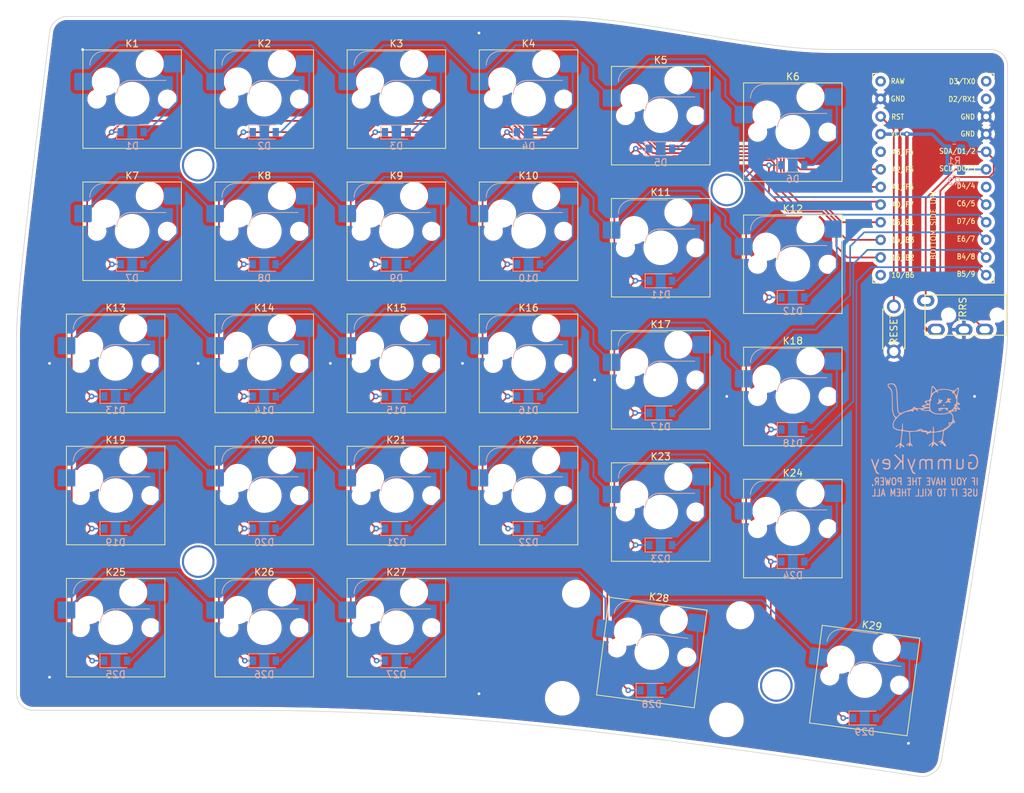
<source format=kicad_pcb>
(kicad_pcb (version 20211014) (generator pcbnew)
  (layers (0 "F.Cu" signal) (31 "B.Cu" signal) (34 "B.Paste" user) (35 "F.Paste" user) (36 "B.SilkS" user "B.Silkscreen") (37 "F.SilkS" user "F.Silkscreen") (38 "B.Mask" user) (39 "F.Mask" user) (44 "Edge.Cuts" user))
  (net 0 "")
  (net 1 "/COL0")
  (net 2 "Net-(D1-Pad2)")
  (net 3 "/COL1")
  (net 4 "Net-(D2-Pad2)")
  (net 5 "/COL2")
  (net 6 "Net-(D3-Pad2)")
  (net 7 "/COL3")
  (net 8 "Net-(D4-Pad2)")
  (net 9 "/COL4")
  (net 10 "Net-(D5-Pad2)")
  (net 11 "/COL5")
  (net 12 "Net-(D6-Pad2)")
  (net 13 "Net-(D7-Pad2)")
  (net 14 "Net-(D8-Pad2)")
  (net 15 "Net-(D9-Pad2)")
  (net 16 "Net-(D10-Pad2)")
  (net 17 "Net-(D11-Pad2)")
  (net 18 "Net-(D12-Pad2)")
  (net 19 "Net-(D13-Pad2)")
  (net 20 "Net-(D14-Pad2)")
  (net 21 "Net-(D15-Pad2)")
  (net 22 "Net-(D16-Pad2)")
  (net 23 "Net-(D17-Pad2)")
  (net 24 "Net-(D18-Pad2)")
  (net 25 "Net-(D19-Pad2)")
  (net 26 "Net-(D20-Pad2)")
  (net 27 "Net-(D21-Pad2)")
  (net 28 "Net-(D22-Pad2)")
  (net 29 "Net-(D23-Pad2)")
  (net 30 "Net-(D24-Pad2)")
  (net 31 "Net-(D25-Pad2)")
  (net 32 "Net-(D26-Pad2)")
  (net 33 "Net-(D27-Pad2)")
  (net 34 "Net-(D28-Pad2)")
  (net 35 "Net-(D29-Pad2)")
  (net 36 "VCC")
  (net 37 "GND")
  (net 38 "/SCL")
  (net 39 "/ROW0")
  (net 40 "/ROW1")
  (net 41 "/ROW2")
  (net 42 "/ROW3")
  (net 43 "/ROW4")
  (net 44 "/SDA")
  (net 45 "/RESET")
  (footprint "GummyKey:M2_Hole" (layer "F.Cu") (at 100.0125 64.29375)
    (fp_text reference "TH3" hide)
    (fp_text value "HOLE" hide)
  )
  (footprint "Switch_Keyboard_Hotswap_Kailh:SW_Hotswap_Kailh_MX_1.00u" (layer "F.Cu") (at 185.7375 97.63125)
    (fp_text reference "K18")
    (fp_text value "SW_Push")
  )
  (footprint "Switch_Keyboard_Hotswap_Kailh:SW_Hotswap_Kailh_MX_1.00u" (layer "F.Cu") (at 90.4875 54.76875)
    (fp_text reference "K1")
    (fp_text value "SW_Push")
  )
  (footprint "Switch_Keyboard_Hotswap_Kailh:SW_Hotswap_Kailh_MX_1.00u" (layer "F.Cu") (at 147.6375 73.81875)
    (fp_text reference "K10")
    (fp_text value "SW_Push")
  )
  (footprint "Switch_Keyboard_Hotswap_Kailh:SW_Hotswap_Kailh_MX_1.00u" (layer "F.Cu") (at 109.5375 54.76875)
    (fp_text reference "K2")
    (fp_text value "SW_Push")
  )
  (footprint "Switch_Keyboard_Hotswap_Kailh:SW_Hotswap_Kailh_MX_1.00u" (layer "F.Cu") (at 166.6875 114.3)
    (fp_text reference "K23")
    (fp_text value "SW_Push")
  )
  (footprint "Switch_Keyboard_Hotswap_Kailh:SW_Hotswap_Kailh_MX_1.00u" (layer "F.Cu") (at 128.5875 130.96875)
    (fp_text reference "K27")
    (fp_text value "SW_Push")
  )
  (footprint "Switch_Keyboard_Hotswap_Kailh:SW_Hotswap_Kailh_MX_1.00u" (layer "F.Cu") (at 185.7375 59.53125)
    (fp_text reference "K6")
    (fp_text value "SW_Push")
  )
  (footprint "GummyKey:ProMicro" (layer "F.Cu") (at 206 66.675)
    (fp_text reference "U1" hide)
    (fp_text value "ProMicro" hide)
  )
  (footprint "Mounting_Keyboard_Stabilizer:Stabilizer_Cherry_MX_2.00u" (layer "F.Cu") (at 165.40008 134.55434 -7.5)
    (fp_text reference "REF**" hide)
    (fp_text value "Stabilizer_Cherry_MX_2.00u")
  )
  (footprint "Switch_Keyboard_Hotswap_Kailh:SW_Hotswap_Kailh_MX_1.00u" (layer "F.Cu") (at 196.091495 138.594942 -7.5)
    (fp_text reference "K29")
    (fp_text value "SW_Push")
  )
  (footprint "Switch_Keyboard_Hotswap_Kailh:SW_Hotswap_Kailh_MX_2.25u" (layer "F.Cu") (at 165.40008 134.55434 -7.5)
    (fp_text reference "K28")
    (fp_text value "SW_Push")
  )
  (footprint "Switch_Keyboard_Hotswap_Kailh:SW_Hotswap_Kailh_MX_1.00u" (layer "F.Cu") (at 185.7375 116.68125)
    (fp_text reference "K24")
    (fp_text value "SW_Push")
  )
  (footprint "Switch_Keyboard_Hotswap_Kailh:SW_Hotswap_Kailh_MX_1.25u" (layer "F.Cu") (at 88.10625 130.96875)
    (fp_text reference "K25")
    (fp_text value "SW_Push")
  )
  (footprint "Switch_Keyboard_Hotswap_Kailh:SW_Hotswap_Kailh_MX_1.00u" (layer "F.Cu") (at 128.5875 73.81875)
    (fp_text reference "K9")
    (fp_text value "SW_Push")
  )
  (footprint "Switch_Keyboard_Hotswap_Kailh:SW_Hotswap_Kailh_MX_1.00u" (layer "F.Cu") (at 166.6875 57.15)
    (fp_text reference "K5")
    (fp_text value "SW_Push")
  )
  (footprint "Switch_Keyboard_Hotswap_Kailh:SW_Hotswap_Kailh_MX_1.00u" (layer "F.Cu") (at 109.5375 111.91875)
    (fp_text reference "K20")
    (fp_text value "SW_Push")
  )
  (footprint "Switch_Keyboard_Hotswap_Kailh:SW_Hotswap_Kailh_MX_1.00u" (layer "F.Cu") (at 147.6375 111.91875)
    (fp_text reference "K22")
    (fp_text value "SW_Push")
  )
  (footprint "Switch_Keyboard_Hotswap_Kailh:SW_Hotswap_Kailh_MX_1.00u" (layer "F.Cu") (at 166.6875 76.2)
    (fp_text reference "K11")
    (fp_text value "SW_Push")
  )
  (footprint "GummyKey:Reset_Switch" (layer "F.Cu") (at 200.29375 87.90625 90)
    (fp_text reference "SW1" hide)
    (fp_text value "SW_Push")
  )
  (footprint "Switch_Keyboard_Hotswap_Kailh:SW_Hotswap_Kailh_MX_1.00u" (layer "F.Cu") (at 166.6875 95.25)
    (fp_text reference "K17")
    (fp_text value "SW_Push")
  )
  (footprint "Switch_Keyboard_Hotswap_Kailh:SW_Hotswap_Kailh_MX_1.00u" (layer "F.Cu") (at 128.5875 54.76875)
    (fp_text reference "K3")
    (fp_text value "SW_Push")
  )
  (footprint "GummyKey:M2_Hole" (layer "F.Cu") (at 176.2125 67.865625)
    (fp_text reference "TH3" hide)
    (fp_text value "HOLE" hide)
  )
  (footprint "Switch_Keyboard_Hotswap_Kailh:SW_Hotswap_Kailh_MX_1.00u" (layer "F.Cu") (at 109.5375 92.86875)
    (fp_text reference "K14")
    (fp_text value "SW_Push")
  )
  (footprint "Switch_Keyboard_Hotswap_Kailh:SW_Hotswap_Kailh_MX_1.00u" (layer "F.Cu") (at 90.4875 73.81875)
    (fp_text reference "K7")
    (fp_text value "SW_Push")
  )
  (footprint "Switch_Keyboard_Hotswap_Kailh:SW_Hotswap_Kailh_MX_1.00u" (layer "F.Cu") (at 128.5875 92.86875)
    (fp_text reference "K15")
    (fp_text value "SW_Push")
  )
  (footprint "Switch_Keyboard_Hotswap_Kailh:SW_Hotswap_Kailh_MX_1.25u" (layer "F.Cu") (at 88.10625 111.91875)
    (fp_text reference "K19")
    (fp_text value "SW_Push")
  )
  (footprint "GummyKey:M2_Hole" (layer "F.Cu") (at 100.0125 121.44375)
    (fp_text reference "TH3" hide)
    (fp_text value "HOLE" hide)
  )
  (footprint "Switch_Keyboard_Hotswap_Kailh:SW_Hotswap_Kailh_MX_1.00u" (layer "F.Cu") (at 185.7375 78.58125)
    (fp_text reference "K12")
    (fp_text value "SW_Push")
  )
  (footprint "GummyKey:MJ-4PP-9" (layer "F.Cu") (at 216.69375 85.90625 -90)
    (fp_text reference "J1")
    (fp_text value "MJ-4PP-9" hide)
  )
  (footprint "Switch_Keyboard_Hotswap_Kailh:SW_Hotswap_Kailh_MX_1.00u" (layer "F.Cu") (at 109.5375 73.81875)
    (fp_text reference "K8")
    (fp_text value "SW_Push")
  )
  (footprint "Switch_Keyboard_Hotswap_Kailh:SW_Hotswap_Kailh_MX_1.00u" (layer "F.Cu") (at 147.6375 54.76875)
    (fp_text reference "K4")
    (fp_text value "SW_Push")
  )
  (footprint "Switch_Keyboard_Hotswap_Kailh:SW_Hotswap_Kailh_MX_1.00u" (layer "F.Cu") (at 128.5875 111.91875)
    (fp_text reference "K21")
    (fp_text value "SW_Push")
  )
  (footprint "Switch_Keyboard_Hotswap_Kailh:SW_Hotswap_Kailh_MX_1.25u" (layer "F.Cu") (at 88.10625 92.86875)
    (fp_text reference "K13")
    (fp_text value "SW_Push")
  )
  (footprint "Switch_Keyboard_Hotswap_Kailh:SW_Hotswap_Kailh_MX_1.00u" (layer "F.Cu") (at 109.5375 130.96875)
    (fp_text reference "K26")
    (fp_text value "SW_Push")
  )
  (footprint "GummyKey:M2_Hole" (layer "F.Cu") (at 183.35625 139.303125)
    (fp_text reference "TH3" hide)
    (fp_text value "HOLE" hide)
  )
  (footprint "Switch_Keyboard_Hotswap_Kailh:SW_Hotswap_Kailh_MX_1.00u" (layer "F.Cu") (at 147.6375 92.86875)
    (fp_text reference "K16")
    (fp_text value "SW_Push")
  )
  (footprint "Diode_SMD:D_SOD-123" (layer "B.Cu") (at 109.5375 116.68125)
    (fp_text reference "D20")
    (fp_text value "D")
  )
  (footprint "Diode_SMD:D_SOD-123" (layer "B.Cu") (at 166.6875 80.9625)
    (fp_text reference "D11")
    (fp_text value "D")
  )
  (footprint "Diode_SMD:D_SOD-123" (layer "B.Cu") (at 90.4875 78.58125)
    (fp_text reference "D7")
    (fp_text value "D")
  )
  (footprint "Diode_SMD:D_SOD-123" (layer "B.Cu") (at 90.4875 59.53125)
    (fp_text reference "D1")
    (fp_text value "D")
  )
  (footprint "Diode_SMD:D_SOD-123" (layer "B.Cu") (at 147.6375 78.58125)
    (fp_text reference "D10")
    (fp_text value "D")
  )
  (footprint "Diode_SMD:D_SOD-123" (layer "B.Cu") (at 109.5375 135.73125)
    (fp_text reference "D26")
    (fp_text value "D")
  )
  (footprint "Diode_SMD:D_SOD-123" (layer "B.Cu") (at 147.6375 59.53125)
    (fp_text reference "D4")
    (fp_text value "D")
  )
  (footprint "Diode_SMD:D_SOD-123" (layer "B.Cu") (at 128.5875 97.63125)
    (fp_text reference "D15")
    (fp_text value "D")
  )
  (footprint "Resistor_SMD:R_0805_2012Metric_Pad1.20x1.40mm_HandSolder" (layer "B.Cu") (at 209 62)
    (fp_text reference "R1")
    (fp_text value "4.7k")
  )
  (footprint "Diode_SMD:D_SOD-123" (layer "B.Cu") (at 185.7375 121.44375)
    (fp_text reference "D24")
    (fp_text value "D")
  )
  (footprint "Diode_SMD:D_SOD-123" (layer "B.Cu") (at 165.40008 140)
    (fp_text reference "D28")
    (fp_text value "D")
  )
  (footprint "Diode_SMD:D_SOD-123" (layer "B.Cu") (at 88.10625 116.68125)
    (fp_text reference "D19")
    (fp_text value "D")
  )
  (footprint "Diode_SMD:D_SOD-123" (layer "B.Cu") (at 128.5875 78.58125)
    (fp_text reference "D9")
    (fp_text value "D")
  )
  (footprint "Diode_SMD:D_SOD-123" (layer "B.Cu") (at 109.5375 78.58125)
    (fp_text reference "D8")
    (fp_text value "D")
  )
  (footprint "Diode_SMD:D_SOD-123" (layer "B.Cu") (at 147.6375 97.63125)
    (fp_text reference "D16")
    (fp_text value "D")
  )
  (footprint "Diode_SMD:D_SOD-123" (layer "B.Cu") (at 185.7375 83.34375)
    (fp_text reference "D12")
    (fp_text value "D")
  )
  (footprint "Diode_SMD:D_SOD-123" (layer "B.Cu") (at 128.5875 59.53125)
    (fp_text reference "D3")
    (fp_text value "D")
  )
  (footprint "Diode_SMD:D_SOD-123" (layer "B.Cu") (at 109.5375 59.53125)
    (fp_text reference "D2")
    (fp_text value "D")
  )
  (footprint "Diode_SMD:D_SOD-123" (layer "B.Cu") (at 196.091495 144)
    (fp_text reference "D29")
    (fp_text value "D")
  )
  (footprint "Diode_SMD:D_SOD-123" (layer "B.Cu") (at 185.7375 102.39375)
    (fp_text reference "D18")
    (fp_text value "D")
  )
  (footprint "Diode_SMD:D_SOD-123" (layer "B.Cu") (at 109.5375 97.63125)
    (fp_text reference "D14")
    (fp_text value "D")
  )
  (footprint "Diode_SMD:D_SOD-123" (layer "B.Cu") (at 147.6375 116.68125)
    (fp_text reference "D22")
    (fp_text value "D")
  )
  (footprint "Diode_SMD:D_SOD-123" (layer "B.Cu") (at 166.6875 119.0625)
    (fp_text reference "D23")
    (fp_text value "D")
  )
  (footprint "Diode_SMD:D_SOD-123" (layer "B.Cu") (at 166.6875 61.9125)
    (fp_text reference "D5")
    (fp_text value "D")
  )
  (footprint "Resistor_SMD:R_0805_2012Metric_Pad1.20x1.40mm_HandSolder" (layer "B.Cu") (at 209 65)
    (fp_text reference "R2")
    (fp_text value "4.7k")
  )
  (footprint "Diode_SMD:D_SOD-123" (layer "B.Cu") (at 128.5875 116.68125)
    (fp_text reference "D21")
    (fp_text value "D")
  )
  (footprint "Diode_SMD:D_SOD-123" (layer "B.Cu") (at 128.5875 135.73125)
    (fp_text reference "D27")
    (fp_text value "D")
  )
  (footprint "Diode_SMD:D_SOD-123" (layer "B.Cu") (at 88.10625 97.63125)
    (fp_text reference "D13")
    (fp_text value "D")
  )
  (footprint "Diode_SMD:D_SOD-123" (layer "B.Cu") (at 166.6875 100.0125)
    (fp_text reference "D17")
    (fp_text value "D")
  )
  (footprint "Diode_SMD:D_SOD-123" (layer "B.Cu") (at 88.10625 135.73125)
    (fp_text reference "D25")
    (fp_text value "D")
  )
  (footprint "GummyKey:Cat_Logo" (layer "B.Cu") (at 204.7875 100.0125 180)
    (fp_text reference "G***" hide)
    (fp_text value "LOGO" hide)
  )
  (footprint "Diode_SMD:D_SOD-123" (layer "B.Cu") (at 185.7375 64.29375)
    (fp_text reference "D6")
    (fp_text value "D")
  )
  (gr_line (start 214.3125 47.625) (end 192.88125 47.625) (layer "Edge.Cuts") (width 0.1))
  (gr_line (start 150.01875 42.8625) (end 80.9625 42.8625) (layer "Edge.Cuts") (width 0.1))
  (gr_arc (start 78.58125 45.24375) (mid 79.327311 43.608561) (end 80.9625 42.8625) (layer "Edge.Cuts") (width 0.1))
  (gr_curve (pts (xy 73.81875 90.4875) (xy 73.81875 85.725) (xy 73.81875 83.34375) (xy 78.58125 45.24375)) (layer "Edge.Cuts") (width 0.1))
  (gr_line (start 73.81875 140.49375) (end 73.81875 90.4875) (layer "Edge.Cuts") (width 0.1))
  (gr_line (start 207.16875 150.01875) (end 210.740625 129.182812) (layer "Edge.Cuts") (width 0.1))
  (gr_arc (start 214.3125 47.625) (mid 215.996298 48.322452) (end 216.69375 50.00625) (layer "Edge.Cuts") (width 0.1))
  (gr_curve (pts (xy 105.965625 142.875) (xy 133.35 142.875) (xy 157.1625 145.25625) (xy 204 152.4)) (layer "Edge.Cuts") (width 0.1))
  (gr_line (start 76.2 142.875) (end 105.965625 142.875) (layer "Edge.Cuts") (width 0.1))
  (gr_arc (start 76.2 142.875) (mid 74.516202 142.177548) (end 73.81875 140.49375) (layer "Edge.Cuts") (width 0.1))
  (gr_curve (pts (xy 210.740625 129.182812) (xy 216.69375 92.86875) (xy 216.69375 90.4875) (xy 216.69375 88.10625)) (layer "Edge.Cuts") (width 0.1))
  (gr_line (start 216.69375 88.10625) (end 216.69375 50.00625) (layer "Edge.Cuts") (width 0.1))
  (gr_curve (pts (xy 171.45 45.24375) (xy 157.1625 42.8625) (xy 154.78125 42.8625) (xy 150.01875 42.8625)) (layer "Edge.Cuts") (width 0.1))
  (gr_curve (pts (xy 192.88125 47.625) (xy 188.11875 47.625) (xy 185.7375 47.625) (xy 171.45 45.24375)) (layer "Edge.Cuts") (width 0.1))
  (gr_arc (start 207.16875 150.01875) (mid 206.078329 151.866684) (end 204 152.4) (layer "Edge.Cuts") (width 0.1))
  (gr_text "GummyKey" (at 204.7875 107.15625) (layer "B.SilkS") (effects (font (size 2 2) (thickness 0.2)) (justify mirror)))
  (gr_text "IF YOU HAVE THE POWER,\nUSE IT TO KILL THEM ALL" (at 204.7875 110.728125) (layer "B.SilkS") (effects (font (size 1 0.8)) (justify mirror)))
  (gr_text "BOTTOM SIDE UP!" (at 206 73 90) (layer "F.SilkS") (effects (font (size 0.75 0.75) (thickness 0.1))))
  (segment (start 183.457633 61.55048) (end 186.804153 64.897) (width 0.25) (layer "F.Cu") (net 1))
  (segment (start 81.776729 132.776729) (end 81.776729 119.585771) (width 0.25) (layer "F.Cu") (net 1))
  (segment (start 164.186198 59.55048) (end 166.186198 61.55048) (width 0.25) (layer "F.Cu") (net 1))
  (segment (start 84.73125 135.73125) (end 81.776729 132.776729) (width 0.25) (layer "F.Cu") (net 1))
  (segment (start 84.68125 116.68125) (end 81.776729 113.776729) (width 0.25) (layer "F.Cu") (net 1))
  (segment (start 81.776729 84.385771) (end 87.58125 78.58125) (width 0.25) (layer "F.Cu") (net 1))
  (segment (start 147.186197 59.55048) (end 164.186198 59.55048) (width 0.25) (layer "F.Cu") (net 1))
  (segment (start 81.776729 100.485771) (end 84.63125 97.63125) (width 0.25) (layer "F.Cu") (net 1))
  (segment (start 87.53125 59.53125) (end 89.154801 57.907699) (width 0.25) (layer "F.Cu") (net 1))
  (segment (start 166.186198 61.55048) (end 183.457633 61.55048) (width 0.25) (layer "F.Cu") (net 1))
  (segment (start 87.58125 78.58125) (end 84 75) (width 0.25) (layer "F.Cu") (net 1))
  (segment (start 145.543416 57.907699) (end 147.186197 59.55048) (width 0.25) (layer "F.Cu") (net 1))
  (segment (start 81.776729 94.776729) (end 81.776729 84.385771) (width 0.25) (layer "F.Cu") (net 1))
  (segment (start 84 63.0625) (end 87.53125 59.53125) (width 0.25) (layer "F.Cu") (net 1))
  (segment (start 84.63125 97.63125) (end 81.776729 94.776729) (width 0.25) (layer "F.Cu") (net 1))
  (segment (start 89.154801 57.907699) (end 145.543416 57.907699) (width 0.25) (layer "F.Cu") (net 1))
  (segment (start 81.776729 113.776729) (end 81.776729 100.485771) (width 0.25) (layer "F.Cu") (net 1))
  (segment (start 81.776729 119.585771) (end 84.68125 116.68125) (width 0.25) (layer "F.Cu") (net 1))
  (segment (start 186.804153 64.897) (end 198.3914 64.897) (width 0.25) (layer "F.Cu") (net 1))
  (segment (start 84 75) (end 84 63.0625) (width 0.25) (layer "F.Cu") (net 1))
  (via (at 87.53125 59.53125) (size 0.8) (drill 0.4) (layers "F.Cu" "B.Cu") (net 1))
  (via (at 87.58125 78.58125) (size 0.8) (drill 0.4) (layers "F.Cu" "B.Cu") (net 1))
  (via (at 84.73125 135.73125) (size 0.8) (drill 0.4) (layers "F.Cu" "B.Cu") (net 1))
  (via (at 84.68125 116.68125) (size 0.8) (drill 0.4) (layers "F.Cu" "B.Cu") (net 1))
  (via (at 84.63125 97.63125) (size 0.8) (drill 0.4) (layers "F.Cu" "B.Cu") (net 1))
  (segment (start 88.8375 78.58125) (end 87.58125 78.58125) (width 0.25) (layer "B.Cu") (net 1))
  (segment (start 86.45625 116.68125) (end 84.68125 116.68125) (width 0.25) (layer "B.Cu") (net 1))
  (segment (start 86.45625 135.73125) (end 84.73125 135.73125) (width 0.25) (layer "B.Cu") (net 1))
  (segment (start 88.8375 59.53125) (end 87.53125 59.53125) (width 0.25) (layer "B.Cu") (net 1))
  (segment (start 86.45625 97.63125) (end 84.63125 97.63125) (width 0.25) (layer "B.Cu") (net 1))
  (segment (start 96.3295 49.68875) (end 97 50.35925) (width 0.25) (layer "B.Cu") (net 2))
  (segment (start 97 50.35925) (end 97 55.103341) (width 0.25) (layer "B.Cu") (net 2))
  (segment (start 97 55.103341) (end 92.572091 59.53125) (width 0.25) (layer "B.Cu") (net 2))
  (segment (start 92.572091 59.53125) (end 92.1375 59.53125) (width 0.25) (layer "B.Cu") (net 2))
  (segment (start 124.46875 59.53125) (end 106.53125 59.53125) (width 0.25) (layer "F.Cu") (net 3))
  (segment (start 145.357219 58.357219) (end 125.642781 58.357219) (width 0.25) (layer "F.Cu") (net 3))
  (segment (start 103 82.1625) (end 106.58125 78.58125) (width 0.25) (layer "F.Cu") (net 3))
  (segment (start 106.73125 135.73125) (end 103 132) (width 0.25) (layer "F.Cu") (net 3))
  (segment (start 166 62) (end 164 60) (width 0.25) (layer "F.Cu") (net 3))
  (segment (start 125.642781 58.357219) (end 124.46875 59.53125) (width 0.25) (layer "F.Cu") (net 3))
  (segment (start 164 60) (end 147 60) (width 0.25) (layer "F.Cu") (net 3))
  (segment (start 103 94) (end 103 82.1625) (width 0.25) (layer "F.Cu") (net 3))
  (segment (start 103 63.0625) (end 106.53125 59.53125) (width 0.25) (layer "F.Cu") (net 3))
  (segment (start 198.3914 67.437) (end 186.437 67.437) (width 0.25) (layer "F.Cu") (net 3))
  (segment (start 183.271435 62) (end 166 62) (width 0.25) (layer "F.Cu") (net 3))
  (segment (start 103 101.2625) (end 106.63125 97.63125) (width 0.25) (layer "F.Cu") (net 3))
  (segment (start 147 60) (end 145.357219 58.357219) (width 0.25) (layer "F.Cu") (net 3))
  (segment (start 184.44952 65.44952) (end 184.44952 63.178085) (width 0.25) (layer "F.Cu") (net 3))
  (segment (start 106.58125 78.58125) (end 103 75) (width 0.25) (layer "F.Cu") (net 3))
  (segment (start 186.437 67.437) (end 184.44952 65.44952) (width 0.25) (layer "F.Cu") (net 3))
  (segment (start 103 120.3625) (end 106.68125 116.68125) (width 0.25) (layer "F.Cu") (net 3))
  (segment (start 184.44952 63.178085) (end 183.271435 62) (width 0.25) (layer "F.Cu") (net 3))
  (segment (start 106.63125 97.63125) (end 103 94) (width 0.25) (layer "F.Cu") (net 3))
  (segment (start 106.68125 116.68125) (end 103 113) (width 0.25) (layer "F.Cu") (net 3))
  (segment (start 103 75) (end 103 63.0625) (width 0.25) (layer "F.Cu") (net 3))
  (segment (start 103 113) (end 103 101.2625) (width 0.25) (layer "F.Cu") (net 3))
  (segment (start 103 132) (end 103 120.3625) (width 0.25) (layer "F.Cu") (net 3))
  (via (at 106.58125 78.58125) (size 0.8) (drill 0.4) (layers "F.Cu" "B.Cu") (net 3))
  (via (at 106.68125 116.68125) (size 0.8) (drill 0.4) (layers "F.Cu" "B.Cu") (net 3))
  (via (at 106.63125 97.63125) (size 0.8) (drill 0.4) (layers "F.Cu" "B.Cu") (net 3))
  (via (at 106.53125 59.53125) (size 0.8) (drill 0.4) (layers "F.Cu" "B.Cu") (net 3))
  (via (at 106.73125 135.73125) (size 0.8) (drill 0.4) (layers "F.Cu" "B.Cu") (net 3))
  (segment (start 107.8875 97.63125) (end 106.63125 97.63125) (width 0.25) (layer "B.Cu") (net 3))
  (segment (start 107.8875 116.68125) (end 106.68125 116.68125) (width 0.25) (layer "B.Cu") (net 3))
  (segment (start 107.8875 78.58125) (end 106.58125 78.58125) (width 0.25) (layer "B.Cu") (net 3))
  (segment (start 107.8875 59.53125) (end 106.53125 59.53125) (width 0.25) (layer "B.Cu") (net 3))
  (segment (start 107.8875 135.73125) (end 106.73125 135.73125) (width 0.25) (layer "B.Cu") (net 3))
  (segment (start 115.3795 49.68875) (end 116 50.30925) (width 0.25) (layer "B.Cu") (net 4))
  (segment (start 116 50.30925) (end 116 55.41875) (width 0.25) (layer "B.Cu") (net 4))
  (segment (start 111.8875 59.53125) (end 111.1875 59.53125) (width 0.25) (layer "B.Cu") (net 4))
  (segment (start 116 55.41875) (end 111.8875 59.53125) (width 0.25) (layer "B.Cu") (net 4))
  (segment (start 122 94) (end 122 82.1625) (width 0.25) (layer "F.Cu") (net 5))
  (segment (start 122 132) (end 122 120.3625) (width 0.25) (layer "F.Cu") (net 5))
  (segment (start 122 75) (end 122 63.0625) (width 0.25) (layer "F.Cu") (net 5))
  (segment (start 183.186198 62.55048) (end 184 63.364282) (width 0.25) (layer "F.Cu") (net 5))
  (segment (start 197.96488 69.55048) (end 198.3914 69.977) (width 0.25) (layer "F.Cu") (net 5))
  (segment (start 165.55048 62.55048) (end 183.186198 62.55048) (width 0.25) (layer "F.Cu") (net 5))
  (segment (start 125.63125 97.63125) (end 122 94) (width 0.25) (layer "F.Cu") (net 5))
  (segment (start 122 82.1625) (end 125.58125 78.58125) (width 0.25) (layer "F.Cu") (net 5))
  (segment (start 125.68125 116.68125) (end 122 113) (width 0.25) (layer "F.Cu") (net 5))
  (segment (start 184 67) (end 186.55048 69.55048) (width 0.25) (layer "F.Cu") (net 5))
  (segment (start 163.55048 60.55048) (end 165.55048 62.55048) (width 0.25) (layer "F.Cu") (net 5))
  (segment (start 144.831353 58.806739) (end 146.575094 60.55048) (width 0.25) (layer "F.Cu") (net 5))
  (segment (start 146.575094 60.55048) (end 163.55048 60.55048) (width 0.25) (layer "F.Cu") (net 5))
  (segment (start 122 101.2625) (end 125.63125 97.63125) (width 0.25) (layer "F.Cu") (net 5))
  (segment (start 143.193261 58.806739) (end 144.831353 58.806739) (width 0.25) (layer "F.Cu") (net 5))
  (segment (start 142.46875 59.53125) (end 143.193261 58.806739) (width 0.25) (layer "F.Cu") (net 5))
  (segment (start 122 63.0625) (end 125.53125 59.53125) (width 0.25) (layer "F.Cu") (net 5))
  (segment (start 122 113) (end 122 101.2625) (width 0.25) (layer "F.Cu") (net 5))
  (segment (start 125.73125 135.73125) (end 122 132) (width 0.25) (layer "F.Cu") (net 5))
  (segment (start 186.55048 69.55048) (end 197.96488 69.55048) (width 0.25) (layer "F.Cu") (net 5))
  (segment (start 184 63.364282) (end 184 67) (width 0.25) (layer "F.Cu") (net 5))
  (segment (start 125.58125 78.58125) (end 122 75) (width 0.25) (layer "F.Cu") (net 5))
  (segment (start 125.53125 59.53125) (end 142.46875 59.53125) (width 0.25) (layer "F.Cu") (net 5))
  (segment (start 122 120.3625) (end 125.68125 116.68125) (width 0.25) (layer "F.Cu") (net 5))
  (via (at 125.58125 78.58125) (size 0.8) (drill 0.4) (layers "F.Cu" "B.Cu") (net 5))
  (via (at 125.73125 135.73125) (size 0.8) (drill 0.4) (layers "F.Cu" "B.Cu") (net 5))
  (via (at 125.68125 116.68125) (size 0.8) (drill 0.4) (layers "F.Cu" "B.Cu") (net 5))
  (via (at 125.63125 97.63125) (size 0.8) (drill 0.4) (layers "F.Cu" "B.Cu") (net 5))
  (via (at 125.53125 59.53125) (size 0.8) (drill 0.4) (layers "F.Cu" "B.Cu") (net 5))
  (segment (start 126.9375 97.63125) (end 125.63125 97.63125) (width 0.25) (layer "B.Cu") (net 5))
  (segment (start 126.9375 59.53125) (end 125.53125 59.53125) (width 0.25) (layer "B.Cu") (net 5))
  (segment (start 126.9375 78.58125) (end 125.58125 78.58125) (width 0.25) (layer "B.Cu") (net 5))
  (segment (start 126.9375 135.73125) (end 125.73125 135.73125) (width 0.25) (layer "B.Cu") (net 5))
  (segment (start 126.9375 116.68125) (end 125.68125 116.68125) (width 0.25) (layer "B.Cu") (net 5))
  (segment (start 135 55.203341) (end 130.672091 59.53125) (width 0.25) (layer "B.Cu") (net 6))
  (segment (start 134.4295 49.68875) (end 135 50.25925) (width 0.25) (layer "B.Cu") (net 6))
  (segment (start 130.672091 59.53125) (end 130.2375 59.53125) (width 0.25) (layer "B.Cu") (net 6))
  (segment (start 135 50.25925) (end 135 55.203341) (width 0.25) (layer "B.Cu") (net 6))
  (segment (start 141 63.0625) (end 144.53125 59.53125) (width 0.25) (layer "F.Cu") (net 7))
  (segment (start 146 61) (end 163.199614 61) (width 0.25) (layer "F.Cu") (net 7))
  (segment (start 183 63) (end 183.467781 63.467781) (width 0.25) (layer "F.Cu") (net 7))
  (segment (start 141 75) (end 141 63.0625) (width 0.25) (layer "F.Cu") (net 7))
  (segment (start 190.271435 70) (end 192.788435 72.517) (width 0.25) (layer "F.Cu") (net 7))
  (segment (start 192.788435 72.517) (end 198.3914 72.517) (width 0.25) (layer "F.Cu") (net 7))
  (segment (start 183.467781 67.467781) (end 186 70) (width 0.25) (layer "F.Cu") (net 7))
  (segment (start 141 113) (end 141 101.2625) (width 0.25) (layer "F.Cu") (net 7))
  (segment (start 141 82.1625) (end 144.58125 78.58125) (width 0.25) (layer "F.Cu") (net 7))
  (segment (start 144.63125 97.63125) (end 141 94) (width 0.25) (layer "F.Cu") (net 7))
  (segment (start 186 70) (end 190.271435 70) (width 0.25) (layer "F.Cu") (net 7))
  (segment (start 141 101.2625) (end 144.63125 97.63125) (width 0.25) (layer "F.Cu") (net 7))
  (segment (start 144.58125 78.58125) (end 141 75) (width 0.25) (layer "F.Cu") (net 7))
  (segment (start 144.53125 59.53125) (end 146 61) (width 0.25) (layer "F.Cu") (net 7))
  (segment (start 141 94) (end 141 82.1625) (width 0.25) (layer "F.Cu") (net 7))
  (segment (start 183.467781 63.467781) (end 183.467781 67.467781) (width 0.25) (layer "F.Cu") (net 7))
  (segment (start 165.199614 63) (end 183 63) (width 0.25) (layer "F.Cu") (net 7))
  (segment (start 163.199614 61) (end 165.199614 63) (width 0.25) (layer "F.Cu") (net 7))
  (segment (start 144.68125 116.68125) (end 141 113) (width 0.25) (layer "F.Cu") (net 7))
  (via (at 144.63125 97.63125) (size 0.8) (drill 0.4) (layers "F.Cu" "B.Cu") (net 7))
  (via (at 144.53125 59.53125) (size 0.8) (drill 0.4) (layers "F.Cu" "B.Cu") (net 7))
  (via (at 144.68125 116.68125) (size 0.8) (drill 0.4) (layers "F.Cu" "B.Cu") (net 7))
  (via (at 144.58125 78.58125) (size 0.8) (drill 0.4) (layers "F.Cu" "B.Cu") (net 7))
  (segment (start 145.9875 59.53125) (end 144.53125 59.53125) (width 0.25) (layer "B.Cu") (net 7))
  (segment (start 145.9875 78.58125) (end 144.58125 78.58125) (width 0.25) (layer "B.Cu") (net 7))
  (segment (start 145.9875 97.63125) (end 144.63125 97.63125) (width 0.25) (layer "B.Cu") (net 7))
  (segment (start 145.9875 116.68125) (end 144.68125 116.68125) (width 0.25) (layer "B.Cu") (net 7))
  (segment (start 149.9875 59.53125) (end 149.2875 59.53125) (width 0.25) (layer "B.Cu") (net 8))
  (segment (start 154 55.51875) (end 149.9875 59.53125) (width 0.25) (layer "B.Cu") (net 8))
  (segment (start 153.4795 49.68875) (end 154 50.20925) (width 0.25) (layer "B.Cu") (net 8))
  (segment (start 154 50.20925) (end 154 55.51875) (width 0.25) (layer "B.Cu") (net 8))
  (segment (start 183.018261 63.993647) (end 183.018261 68.018261) (width 0.25) (layer "F.Cu") (net 9))
  (segment (start 160 65) (end 163.0875 61.9125) (width 0.25) (layer "F.Cu") (net 9))
  (segment (start 163.0875 61.9125) (end 164.744239 63.569239) (width 0.25) (layer "F.Cu") (net 9))
  (segment (start 190.186198 70.55048) (end 192.44952 72.813803) (width 0.25) (layer "F.Cu") (net 9))
  (segment (start 162 140) (end 159 137) (width 0.25) (layer "F.Cu") (net 9))
  (segment (start 182.593853 63.569239) (end 183.018261 63.993647) (width 0.25) (layer "F.Cu") (net 9))
  (segment (start 164.744239 63.569239) (end 182.593853 63.569239) (width 0.25) (layer "F.Cu") (net 9))
  (segment (start 163.0125 100.0125) (end 160 97) (width 0.25) (layer "F.Cu") (net 9))
  (segment (start 192.44952 72.813803) (end 192.44952 74) (width 0.25) (layer "F.Cu") (net 9))
  (segment (start 193.50652 75.057) (end 198.3914 75.057) (width 0.25) (layer "F.Cu") (net 9))
  (segment (start 160 103.025) (end 163.0125 100.0125) (width 0.25) (layer "F.Cu") (net 9))
  (segment (start 160 84) (end 163.0375 80.9625) (width 0.25) (layer "F.Cu") (net 9))
  (segment (start 185.55048 70.55048) (end 190.186198 70.55048) (width 0.25) (layer "F.Cu") (net 9))
  (segment (start 159 137) (end 159 123.125) (width 0.25) (layer "F.Cu") (net 9))
  (segment (start 192.44952 74) (end 193.50652 75.057) (width 0.25) (layer "F.Cu") (net 9))
  (segment (start 159 123.125) (end 163.0625 119.0625) (width 0.25) (layer "F.Cu") (net 9))
  (segment (start 163.0375 80.9625) (end 160 77.925) (width 0.25) (layer "F.Cu") (net 9))
  (segment (start 163.0625 119.0625) (end 160 116) (width 0.25) (layer "F.Cu") (net 9))
  (segment (start 160 77.925) (end 160 65) (width 0.25) (layer "F.Cu") (net 9))
  (segment (start 160 116) (end 160 103.025) (width 0.25) (layer "F.Cu") (net 9))
  (segment (start 160 97) (end 160 84) (width 0.25) (layer "F.Cu") (net 9))
  (segment (start 183.018261 68.018261) (end 185.55048 70.55048) (width 0.25) (layer "F.Cu") (net 9))
  (via (at 163.0625 119.0625) (size 0.8) (drill 0.4) (layers "F.Cu" "B.Cu") (net 9))
  (via (at 163.0125 100.0125) (size 0.8) (drill 0.4) (layers "F.Cu" "B.Cu") (net 9))
  (via (at 163.0875 61.9125) (size 0.8) (drill 0.4) (layers "F.Cu" "B.Cu") (net 9))
  (via (at 163.0375 80.9625) (size 0.8) (drill 0.4) (layers "F.Cu" "B.Cu") (net 9))
  (via (at 162 140) (size 0.8) (drill 0.4) (layers "F.Cu" "B.Cu") (net 9))
  (segment (start 165.0375 100.0125) (end 163.0125 100.0125) (width 0.25) (layer "B.Cu") (net 9))
  (segment (start 163.75008 140) (end 162 140) (width 0.25) (layer "B.Cu") (net 9))
  (segment (start 165.0375 80.9625) (end 163.0375 80.9625) (width 0.25) (layer "B.Cu") (net 9))
  (segment (start 165.0375 61.9125) (end 163.0875 61.9125) (width 0.25) (layer "B.Cu") (net 9))
  (segment (start 165.0375 119.0625) (end 163.0625 119.0625) (width 0.25) (layer "B.Cu") (net 9))
  (segment (start 173.017021 52.557521) (end 173.017021 57.982979) (width 0.25) (layer "B.Cu") (net 10))
  (segment (start 169.0875 61.9125) (end 168.3375 61.9125) (width 0.25) (layer "B.Cu") (net 10))
  (segment (start 173.017021 57.982979) (end 169.0875 61.9125) (width 0.25) (layer "B.Cu") (net 10))
  (segment (start 172.5295 52.07) (end 173.017021 52.557521) (width 0.25) (layer "B.Cu") (net 10))
  (segment (start 185 71) (end 190 71) (width 0.25) (layer "F.Cu") (net 11))
  (segment (start 182.29375 64.29375) (end 180.70625 64.29375) (width 0.25) (layer "F.Cu") (net 11))
  (segment (start 179 66) (end 179 80) (width 0.25) (layer "F.Cu") (net 11))
  (segment (start 192 73) (end 192 76) (width 0.25) (layer "F.Cu") (net 11))
  (segment (start 182.60625 102.39375) (end 179 98.7875) (width 0.25) (layer "F.Cu") (net 11))
  (segment (start 190 71) (end 192 73) (width 0.25) (layer "F.Cu") (net 11))
  (segment (start 179 106) (end 182.60625 102.39375) (width 0.25) (layer "F.Cu") (net 11))
  (segment (start 179 80) (end 182.34375 83.34375) (width 0.25) (layer "F.Cu") (net 11))
  (segment (start 192 76) (end 193.597 77.597) (width 0.25) (layer "F.Cu") (net 11))
  (segment (start 193 144) (end 182.55625 133.55625) (width 0.25) (layer "F.Cu") (net 11))
  (segment (start 182.55625 121.44375) (end 179 117.8875) (width 0.25) (layer "F.Cu") (net 11))
  (segment (start 179 86.6875) (end 182.34375 83.34375) (width 0.25) (layer "F.Cu") (net 11))
  (segment (start 179 117.8875) (end 179 106) (width 0.25) (layer "F.Cu") (net 11))
  (segment (start 179 66) (end 180.70625 64.29375) (width 0.25) (layer "F.Cu") (net 11))
  (segment (start 182.55625 133.55625) (end 182.55625 121.44375) (width 0.25) (layer "F.Cu") (net 11))
  (segment (start 182.29375 68.29375) (end 185 71) (width 0.25) (layer "F.Cu") (net 11))
  (segment (start 182.29375 64.29375) (end 182.29375 68.29375) (width 0.25) (layer "F.Cu") (net 11))
  (segment (start 179 98.7875) (end 179 86.6875) (width 0.25) (layer "F.Cu") (net 11))
  (segment (start 193.597 77.597) (end 198.3914 77.597) (width 0.25) (layer "F.Cu") (net 11))
  (via (at 182.55625 121.44375) (size 0.8) (drill 0.4) (layers "F.Cu" "B.Cu") (net 11))
  (via (at 182.60625 102.39375) (size 0.8) (drill 0.4) (layers "F.Cu" "B.Cu") (net 11))
  (via (at 182.29375 64.29375) (size 0.8) (drill 0.4) (layers "F.Cu" "B.Cu") (net 11))
  (via (at 182.34375 83.34375) (size 0.8) (drill 0.4) (layers "F.Cu" "B.Cu") (net 11))
  (via (at 193 144) (size 0.8) (drill 0.4) (layers "F.Cu" "B.Cu") (net 11))
  (segment (start 184.0875 64.29375) (end 182.29375 64.29375) (width 0.25) (layer "B.Cu") (net 11))
  (segment (start 184.0875 121.44375) (end 182.55625 121.44375) (width 0.25) (layer "B.Cu") (net 11))
  (segment (start 184.0875 102.39375) (end 182.60625 102.39375) (width 0.25) (layer "B.Cu") (net 11))
  (segment (start 194.441495 144) (end 193 144) (width 0.25) (layer "B.Cu") (net 11))
  (segment (start 184.0875 83.34375) (end 182.34375 83.34375) (width 0.25) (layer "B.Cu") (net 11))
  (segment (start 191.5795 54.45125) (end 192.067021 54.938771) (width 0.25) (layer "B.Cu") (net 12))
  (segment (start 192.067021 54.938771) (end 192.067021 60.932979) (width 0.25) (layer "B.Cu") (net 12))
  (segment (start 192.067021 60.932979) (end 188.70625 64.29375) (width 0.25) (layer "B.Cu") (net 12))
  (segment (start 188.70625 64.29375) (end 187.3875 64.29375) (width 0.25) (layer "B.Cu") (net 12))
  (segment (start 97 74.153341) (end 92.572091 78.58125) (width 0.25) (layer "B.Cu") (net 13))
  (segment (start 96.3295 68.73875) (end 97 69.40925) (width 0.25) (layer "B.Cu") (net 13))
  (segment (start 92.572091 78.58125) (end 92.1375 78.58125) (width 0.25) (layer "B.Cu") (net 13))
  (segment (start 97 69.40925) (end 97 74.153341) (width 0.25) (layer "B.Cu") (net 13))
  (segment (start 116 69.35925) (end 116 74.46875) (width 0.25) (layer "B.Cu") (net 14))
  (segment (start 115.3795 68.73875) (end 116 69.35925) (width 0.25) (layer "B.Cu") (net 14))
  (segment (start 111.8875 78.58125) (end 111.1875 78.58125) (width 0.25) (layer "B.Cu") (net 14))
  (segment (start 116 74.46875) (end 111.8875 78.58125) (width 0.25) (layer "B.Cu") (net 14))
  (segment (start 135 69.30925) (end 135 74.51875) (width 0.25) (layer "B.Cu") (net 15))
  (segment (start 130.9375 78.58125) (end 130.2375 78.58125) (width 0.25) (layer "B.Cu") (net 15))
  (segment (start 135 74.51875) (end 130.9375 78.58125) (width 0.25) (layer "B.Cu") (net 15))
  (segment (start 134.4295 68.73875) (end 135 69.30925) (width 0.25) (layer "B.Cu") (net 15))
  (segment (start 153.4795 68.73875) (end 154 69.25925) (width 0.25) (layer "B.Cu") (net 16))
  (segment (start 154 74.56875) (end 149.9875 78.58125) (width 0.25) (layer "B.Cu") (net 16))
  (segment (start 149.9875 78.58125) (end 149.2875 78.58125) (width 0.25) (layer "B.Cu") (net 16))
  (segment (start 154 69.25925) (end 154 74.56875) (width 0.25) (layer "B.Cu") (net 16))
  (segment (start 169.0375 80.9625) (end 168.3375 80.9625) (width 0.25) (layer "B.Cu") (net 17))
  (segment (start 173.017021 76.982979) (end 169.0375 80.9625) (width 0.25) (layer "B.Cu") (net 17))
  (segment (start 173.017021 71.607521) (end 173.017021 76.982979) (width 0.25) (layer "B.Cu") (net 17))
  (segment (start 172.5295 71.12) (end 173.017021 71.607521) (width 0.25) (layer "B.Cu") (net 17))
  (segment (start 191.5795 73.50125) (end 192.067021 73.988771) (width 0.25) (layer "B.Cu") (net 18))
  (segment (start 192.067021 79.09882) (end 187.822091 83.34375) (width 0.25) (layer "B.Cu") (net 18))
  (segment (start 187.822091 83.34375) (end 187.3875 83.34375) (width 0.25) (layer "B.Cu") (net 18))
  (segment (start 192.067021 73.988771) (end 192.067021 79.09882) (width 0.25) (layer "B.Cu") (net 18))
  (segment (start 93.94825 87.78875) (end 94.435771 88.276271) (width 0.25) (layer "B.Cu") (net 19))
  (segment (start 94.435771 93.38632) (end 90.190841 97.63125) (width 0.25) (layer "B.Cu") (net 19))
  (segment (start 94.435771 88.276271) (end 94.435771 93.38632) (width 0.25) (layer "B.Cu") (net 19))
  (segment (start 90.190841 97.63125) (end 89.75625 97.63125) (width 0.25) (layer "B.Cu") (net 19))
  (segment (start 116 88.40925) (end 116 93.51875) (width 0.25) (layer "B.Cu") (net 20))
  (segment (start 116 93.51875) (end 111.8875 97.63125) (width 0.25) (layer "B.Cu") (net 20))
  (segment (start 111.8875 97.63125) (end 111.1875 97.63125) (width 0.25) (layer "B.Cu") (net 20))
  (segment (start 115.3795 87.78875) (end 116 88.40925) (width 0.25) (layer "B.Cu") (net 20))
  (segment (start 135 93.56875) (end 130.9375 97.63125) (width 0.25) (layer "B.Cu") (net 21))
  (segment (start 134.4295 87.78875) (end 135 88.35925) (width 0.25) (layer "B.Cu") (net 21))
  (segment (start 130.9375 97.63125) (end 130.2375 97.63125) (width 0.25) (layer "B.Cu") (net 21))
  (segment (start 135 88.35925) (end 135 93.56875) (width 0.25) (layer "B.Cu") (net 21))
  (segment (start 153.4795 87.78875) (end 154 88.30925) (width 0.25) (layer "B.Cu") (net 22))
  (segment (start 154 93.353341) (end 149.722091 97.63125) (width 0.25) (layer "B.Cu") (net 22))
  (segment (start 154 88.30925) (end 154 93.353341) (width 0.25) (layer "B.Cu") (net 22))
  (segment (start 149.722091 97.63125) (end 149.2875 97.63125) (width 0.25) (layer "B.Cu") (net 22))
  (segment (start 173.017021 90.657521) (end 173.017021 95.76757) (width 0.25) (layer "B.Cu") (net 23))
  (segment (start 173.017021 95.76757) (end 168.772091 100.0125) (width 0.25) (layer "B.Cu") (net 23))
  (segment (start 168.772091 100.0125) (end 168.3375 100.0125) (width 0.25) (layer "B.Cu") (net 23))
  (segment (start 172.5295 90.17) (end 173.017021 90.657521) (width 0.25) (layer "B.Cu") (net 23))
  (segment (start 192.067021 93.038771) (end 192.067021 98.932979) (width 0.25) (layer "B.Cu") (net 24))
  (segment (start 191.5795 92.55125) (end 192.067021 93.038771) (width 0.25) (layer "B.Cu") (net 24))
  (segment (start 188.60625 102.39375) (end 187.3875 102.39375) (width 0.25) (layer "B.Cu") (net 24))
  (segment (start 192.067021 98.932979) (end 188.60625 102.39375) (width 0.25) (layer "B.Cu") (net 24))
  (segment (start 94.435771 107.326271) (end 94.435771 112.564229) (width 0.25) (layer "B.Cu") (net 25))
  (segment (start 94.435771 112.564229) (end 90.31875 116.68125) (width 0.25) (layer "B.Cu") (net 25))
  (segment (start 93.94825 106.83875) (end 94.435771 107.326271) (width 0.25) (layer "B.Cu") (net 25))
  (segment (start 90.31875 116.68125) (end 89.75625 116.68125) (width 0.25) (layer "B.Cu") (net 25))
  (segment (start 115.3795 106.83875) (end 116 107.45925) (width 0.25) (layer "B.Cu") (net 26))
  (segment (start 116 107.45925) (end 116 112.56875) (width 0.25) (layer "B.Cu") (net 26))
  (segment (start 111.8875 116.68125) (end 111.1875 116.68125) (width 0.25) (layer "B.Cu") (net 26))
  (segment (start 116 112.56875) (end 111.8875 116.68125) (width 0.25) (layer "B.Cu") (net 26))
  (segment (start 135 107.40925) (end 135 112.353341) (width 0.25) (layer "B.Cu") (net 27))
  (segment (start 134.4295 106.83875) (end 135 107.40925) (width 0.25) (layer "B.Cu") (net 27))
  (segment (start 135 112.353341) (end 130.672091 116.68125) (width 0.25) (layer "B.Cu") (net 27))
  (segment (start 130.672091 116.68125) (end 130.2375 116.68125) (width 0.25) (layer "B.Cu") (net 27))
  (segment (start 154 112.66875) (end 149.9875 116.68125) (width 0.25) (layer "B.Cu") (net 28))
  (segment (start 153.4795 106.83875) (end 154 107.35925) (width 0.25) (layer "B.Cu") (net 28))
  (segment (start 149.9875 116.68125) (end 149.2875 116.68125) (width 0.25) (layer "B.Cu") (net 28))
  (segment (start 154 107.35925) (end 154 112.66875) (width 0.25) (layer "B.Cu") (net 28))
  (segment (start 168.9375 119.0625) (end 168.3375 119.0625) (width 0.25) (layer "B.Cu") (net 29))
  (segment (start 173.017021 114.982979) (end 168.9375 119.0625) (width 0.25) (layer "B.Cu") (net 29))
  (segment (start 173.017021 109.707521) (end 173.017021 114.982979) (width 0.25) (layer "B.Cu") (net 29))
  (segment (start 172.5295 109.22) (end 173.017021 109.707521) (width 0.25) (layer "B.Cu") (net 29))
  (segment (start 191.5795 111.60125) (end 192.067021 112.088771) (width 0.25) (layer "B.Cu") (net 30))
  (segment (start 192.067021 117.19882) (end 187.822091 121.44375) (width 0.25) (layer "B.Cu") (net 30))
  (segment (start 187.822091 121.44375) (end 187.3875 121.44375) (width 0.25) (layer "B.Cu") (net 30))
  (segment (start 192.067021 112.088771) (end 192.067021 117.19882) (width 0.25) (layer "B.Cu") (net 30))
  (segment (start 94.435771 131.564229) (end 90.26875 135.73125) (width 0.25) (layer "B.Cu") (net 31))
  (segment (start 93.94825 125.88875) (end 94.435771 126.376271) (width 0.25) (layer "B.Cu") (net 31))
  (segment (start 90.26875 135.73125) (end 89.75625 135.73125) (width 0.25) (layer "B.Cu") (net 31))
  (segment (start 94.435771 126.376271) (end 94.435771 131.564229) (width 0.25) (layer "B.Cu") (net 31))
  (segment (start 111.8875 135.73125) (end 111.1875 135.73125) (width 0.25) (layer "B.Cu") (net 32))
  (segment (start 116 126.50925) (end 116 131.61875) (width 0.25) (layer "B.Cu") (net 32))
  (segment (start 115.3795 125.88875) (end 116 126.50925) (width 0.25) (layer "B.Cu") (net 32))
  (segment (start 116 131.61875) (end 111.8875 135.73125) (width 0.25) (layer "B.Cu") (net 32))
  (segment (start 135 131.66875) (end 130.9375 135.73125) (width 0.25) (layer "B.Cu") (net 33))
  (segment (start 134.4295 125.88875) (end 135 126.45925) (width 0.25) (layer "B.Cu") (net 33))
  (segment (start 130.9375 135.73125) (end 130.2375 135.73125) (width 0.25) (layer "B.Cu") (net 33))
  (segment (start 135 126.45925) (end 135 131.66875) (width 0.25) (layer "B.Cu") (net 33))
  (segment (start 167.75008 140) (end 167.05008 140) (width 0.25) (layer "B.Cu") (net 34))
  (segment (start 171.855174 130.280334) (end 172 130.42516) (width 0.25) (layer "B.Cu") (net 34))
  (segment (start 172 130.42516) (end 172 135.75008) (width 0.25) (layer "B.Cu") (net 34))
  (segment (start 172 135.75008) (end 167.75008 140) (width 0.25) (layer "B.Cu") (net 34))
  (segment (start 198.153141 144) (end 197.741495 144) (width 0.25) (layer "B.Cu") (net 35))
  (segment (start 202.546589 139.606552) (end 198.153141 144) (width 0.25) (layer "B.Cu") (net 35))
  (segment (start 202.546589 134.320936) (end 202.546589 139.606552) (width 0.25) (layer "B.Cu") (net 35))
  (segment (start 206.39375 88.00625) (end 205.00625 88.00625) (width 0.5) (layer "F.Cu") (net 36))
  (segment (start 202.183 85.183) (end 202.183 59.817) (width 0.5) (layer "F.Cu") (net 36))
  (segment (start 205.00625 88.00625) (end 202.183 85.183) (width 0.5) (layer "F.Cu") (net 36))
  (via (at 202.183 59.817) (size 0.8) (drill 0.4) (layers "F.Cu" "B.Cu") (net 36))
  (segment (start 205.817 59.817) (end 208 62) (width 0.5) (layer "B.Cu") (net 36))
  (segment (start 202.183 59.817) (end 205.817 59.817) (width 0.5) (layer "B.Cu") (net 36))
  (segment (start 198.3914 59.817) (end 202.183 59.817) (width 0.5) (layer "B.Cu") (net 36))
  (segment (start 208 65) (end 208 62) (width 0.5) (layer "B.Cu") (net 36))
  (via (at 78.58125 138.1125) (size 0.8) (drill 0.4) (layers "F.Cu" "B.Cu") (net 37))
  (via (at 157.1625 95.25) (size 0.8) (drill 0.4) (layers "F.Cu" "B.Cu") (net 37))
  (via (at 202.40625 147.6375) (size 0.8) (drill 0.4) (layers "F.Cu" "B.Cu") (net 37))
  (via (at 140.49375 45.24375) (size 0.8) (drill 0.4) (layers "F.Cu" "B.Cu") (net 37))
  (via (at 176.2125 97.63125) (size 0.8) (drill 0.4) (layers "F.Cu" "B.Cu") (net 37))
  (via (at 209.55 52.3875) (size 0.8) (drill 0.4) (layers "F.Cu" "B.Cu") (net 37))
  (via (at 78.58125 92.86875) (size 0.8) (drill 0.4) (layers "F.Cu" "B.Cu") (net 37))
  (via (at 138.1125 92.86875) (size 0.8) (drill 0.4) (layers "F.Cu" "B.Cu") (net 37))
  (via (at 100.0125 92.86875) (size 0.8) (drill 0.4) (layers "F.Cu" "B.Cu") (net 37))
  (via (at 119.0625 92.86875) (size 0.8) (drill 0.4) (layers "F.Cu" "B.Cu") (net 37))
  (via (at 211.93125 97.63125) (size 0.8) (drill 0.4) (layers "F.Cu" "B.Cu") (net 37))
  (via (at 140.49375 140.49375) (size 0.8) (drill 0.4) (layers "F.Cu" "B.Cu") (net 37))
  (via (at 83.34375 47.625) (size 0.8) (drill 0.4) (layers "F.Cu" "B.Cu") (net 37))
  (segment (start 204.89375 83.80625) (end 204.89375 69.10625) (width 0.25) (layer "F.Cu") (net 38))
  (segment (start 209.103 64.897) (end 213.6114 64.897) (width 0.25) (layer "F.Cu") (net 38))
  (segment (start 204.89375 69.10625) (end 209.103 64.897) (width 0.25) (layer "F.Cu") (net 38))
  (segment (start 210.103 64.897) (end 213.6114 64.897) (width 0.25) (layer "B.Cu") (net 38))
  (segment (start 210 65) (end 210.103 64.897) (width 0.25) (layer "B.Cu") (net 38))
  (segment (start 178.6525 56.99125) (end 178.6525 64.6525) (width 0.25) (layer "B.Cu") (net 39))
  (segment (start 182.890489 68.890489) (end 178.6525 64.6525) (width 0.25) (layer "B.Cu") (net 39))
  (segment (start 159.6025 54.3975) (end 165 49) (width 0.25) (layer "B.Cu") (net 39))
  (segment (start 121.5025 52.22875) (end 116.27375 47) (width 0.25) (layer "B.Cu") (net 39))
  (segment (start 140.5525 52.22875) (end 135.32375 47) (width 0.25) (layer "B.Cu") (net 39))
  (segment (start 157 52) (end 159.6025 54.6025) (width 0.25) (layer "B.Cu") (net 39))
  (segment (start 157 50) (end 157 52) (width 0.25) (layer "B.Cu") (net 39))
  (segment (start 212.524889 68.890489) (end 213.6114 69.977) (width 0.25) (layer "B.Cu") (net 39))
  (segment (start 107.68125 47) (end 102.4525 52.22875) (width 0.25) (layer "B.Cu") (net 39))
  (segment (start 135.32375 47) (end 126.73125 47) (width 0.25) (layer "B.Cu") (net 39))
  (segment (start 176 52) (end 173 49) (width 0.25) (layer "B.Cu") (net 39))
  (segment (start 176 54.33875) (end 176 52) (width 0.25) (layer "B.Cu") (net 39))
  (segment (start 145.78125 47) (end 154 47) (width 0.25) (layer "B.Cu") (net 39))
  (segment (start 173 49) (end 165 49) (width 0.25) (layer "B.Cu") (net 39))
  (segment (start 97.22375 47) (end 88.63125 47) (width 0.25) (layer "B.Cu") (net 39))
  (segment (start 88.63125 47) (end 83.4025 52.22875) (width 0.25) (layer "B.Cu") (net 39))
  (segment (start 159.6025 54.61) (end 159.6025 54.3975) (width 0.25) (layer "B.Cu") (net 39))
  (segment (start 140.5525 52.22875) (end 145.78125 47) (width 0.25) (layer "B.Cu") (net 39))
  (segment (start 116.27375 47) (end 107.68125 47) (width 0.25) (layer "B.Cu") (net 39))
  (segment (start 159.6025 54.6025) (end 159.6025 54.61) (width 0.25) (layer "B.Cu") (net 39))
  (segment (start 212.524889 68.890489) (end 182.890489 68.890489) (width 0.25) (layer "B.Cu") (net 39))
  (segment (start 126.73125 47) (end 121.5025 52.22875) (width 0.25) (layer "B.Cu") (net 39))
  (segment (start 178.6525 56.99125) (end 176 54.33875) (width 0.25) (layer "B.Cu") (net 39))
  (segment (start 154 47) (end 157 50) (width 0.25) (layer "B.Cu") (net 39))
  (segment (start 102.4525 52.22875) (end 97.22375 47) (width 0.25) (layer "B.Cu") (net 39))
  (segment (start 178.6525 76.04125) (end 178.6525 75.6525) (width 0.25) (layer "B.Cu") (net 40))
  (segment (start 140.5525 71.27875) (end 135.27375 66) (width 0.25) (layer "B.Cu") (net 40))
  (segment (start 102.4525 71.27875) (end 97.17375 66) (width 0.25) (layer "B.Cu") (net 40))
  (segment (start 145.83125 66) (end 140.5525 71.27875) (width 0.25) (layer "B.Cu") (net 40))
  (segment (start 88.68125 66) (end 83.4025 71.27875) (width 0.25) (layer "B.Cu") (net 40))
  (segment (start 212.524889 71.430489) (end 183.263261 71.430489) (width 0.25) (layer "B.Cu") (net 40))
  (segment (start 126.78125 66) (end 121.5025 71.27875) (width 0.25) (layer "B.Cu") (net 40))
  (segment (start 154 66) (end 145.83125 66) (width 0.25) (layer "B.Cu") (net 40))
  (segment (start 157 69) (end 154 66) (width 0.25) (layer "B.Cu") (net 40))
  (segment (start 135.27375 66) (end 126.78125 66) (width 0.25) (layer "B.Cu") (net 40))
  (segment (start 159.6025 73.66) (end 159.6025 73.6025) (width 0.25) (layer "B.Cu") (net 40))
  (segment (start 97.17375 66) (end 88.68125 66) (width 0.25) (layer "B.Cu") (net 40))
  (segment (start 176 71.65) (end 172.35 68) (width 0.25) (layer "B.Cu") (net 40))
  (segment (start 107.73125 66) (end 102.4525 71.27875) (width 0.25) (layer "B.Cu") (net 40))
  (segment (start 165.2625 68) (end 159.6025 73.66) (width 0.25) (layer "B.Cu") (net 40))
  (segment (start 213.6114 72.517) (end 212.524889 71.430489) (width 0.25) (layer "B.Cu") (net 40))
  (segment (start 176 73) (end 176 71.65) (width 0.25) (layer "B.Cu") (net 40))
  (segment (start 172.35 68) (end 165.2625 68) (width 0.25) (layer "B.Cu") (net 40))
  (segment (start 178.6525 75.6525) (end 176 73) (width 0.25) (layer "B.Cu") (net 40))
  (segment (start 159.6025 73.6025) (end 157 71) (width 0.25) (layer "B.Cu") (net 40))
  (segment (start 121.5025 71.27875) (end 116.22375 66) (width 0.25) (layer "B.Cu") (net 40))
  (segment (start 116.22375 66) (end 107.73125 66) (width 0.25) (layer "B.Cu") (net 40))
  (segment (start 157 71) (end 157 69) (width 0.25) (layer "B.Cu") (net 40))
  (segment (start 183.263261 71.430489) (end 178.6525 76.04125) (width 0.25) (layer "B.Cu") (net 40))
  (segment (start 121.5025 90.32875) (end 116.17375 85) (width 0.25) (layer "B.Cu") (net 41))
  (segment (start 173 87) (end 165.3125 87) (width 0.25) (layer "B.Cu") (net 41))
  (segment (start 140.5525 90.32875) (end 140.32875 90.32875) (width 0.25) (layer "B.Cu") (net 41))
  (segment (start 107.78125 85) (end 102.4525 90.32875) (width 0.25) (layer "B.Cu") (net 41))
  (segment (start 178.6525 95.09125) (end 185.74375 88) (width 0.25) (layer "B.Cu") (net 41))
  (segment (start 154 85) (end 145.88125 85) (width 0.25) (layer "B.Cu") (net 41))
  (segment (start 86.35 85) (end 81.02125 90.32875) (width 0.25) (layer "B.Cu") (net 41))
  (segment (start 102.4525 90.32875) (end 97.12375 85) (width 0.25) (layer "B.Cu") (net 41))
  (segment (start 176 90) (end 173 87) (width 0.25) (layer "B.Cu") (net 41))
  (segment (start 126.83125 85) (end 121.5025 90.32875) (width 0.25) (layer "B.Cu") (net 41))
  (segment (start 212.524889 73.970489) (end 213.6114 75.057) (width 0.25) (layer "B.Cu") (net 41))
  (segment (start 116.17375 85) (end 107.78125 85) (width 0.25) (layer "B.Cu") (net 41))
  (segment (start 159.6025 92.71) (end 157 90.1075) (width 0.25) (layer "B.Cu") (net 41))
  (segment (start 178.6525 94.6525) (end 176 92) (width 0.25) (layer "B.Cu") (net 41))
  (segment (start 189 88) (end 194 83) (width 0.25) (layer "B.Cu") (net 41))
  (segment (start 194 76) (end 196.029511 73.970489) (width 0.25) (layer "B.Cu") (net 41))
  (segment (start 145.88125 85) (end 140.5525 90.32875) (width 0.25) (layer "B.Cu") (net 41))
  (segment (start 140.32875 90.32875) (end 135 85) (width 0.25) (layer "B.Cu") (net 41))
  (segment (start 165.3125 87) (end 159.6025 92.71) (width 0.25) (layer "B.Cu") (net 41))
  (segment (start 194 83) (end 194 76) (width 0.25) (layer "B.Cu") (net 41))
  (segment (start 157 90.1075) (end 157 88) (width 0.25) (layer "B.Cu") (net 41))
  (segment (start 178.6525 95.09125) (end 178.6525 94.6525) (width 0.25) (layer "B.Cu") (net 41))
  (segment (start 185.74375 88) (end 189 88) (width 0.25) (layer "B.Cu") (net 41))
  (segment (start 196.029511 73.970489) (end 212.524889 73.970489) (width 0.25) (layer "B.Cu") (net 41))
  (segment (start 157 88) (end 154 85) (width 0.25) (layer "B.Cu") (net 41))
  (segment (start 97.12375 85) (end 86.35 85) (width 0.25) (layer "B.Cu") (net 41))
  (segment (start 176 92) (end 176 90) (width 0.25) (layer "B.Cu") (net 41))
  (segment (start 135 85) (end 126.83125 85) (width 0.25) (layer "B.Cu") (net 41))
  (segment (start 102.4525 109.37875) (end 102.37875 109.37875) (width 0.25) (layer "B.Cu") (net 42))
  (segment (start 212.524889 76.510489) (end 213.6114 77.597) (width 0.25) (layer "B.Cu") (net 42))
  (segment (start 140.5525 109.37875) (end 135.17375 104) (width 0.25) (layer "B.Cu") (net 42))
  (segment (start 178.6525 114.14125) (end 194.44952 98.34423) (width 0.25) (layer "B.Cu") (net 42))
  (segment (start 126.88125 104) (end 121.5025 109.37875) (width 0.25) (layer "B.Cu") (net 42))
  (segment (start 176 112) (end 176 109) (width 0.25) (layer "B.Cu") (net 42))
  (segment (start 178.14125 114.14125) (end 176 112) (width 0.25) (layer "B.Cu") (net 42))
  (segment (start 159.6025 111.76) (end 157 109.1575) (width 0.25) (layer "B.Cu") (net 42))
  (segment (start 116 104) (end 107.83125 104) (width 0.25) (layer "B.Cu") (net 42))
  (segment (start 173 106) (end 165.3625 106) (width 0.25) (layer "B.Cu") (net 42))
  (segment (start 165.3625 106) (end 159.6025 111.76) (width 0.25) (layer "B.Cu") (net 42))
  (segment (start 157 109.1575) (end 157 107) (width 0.25) (layer "B.Cu") (net 42))
  (segment (start 121.37875 109.37875) (end 116 104) (width 0.25) (layer "B.Cu") (net 42))
  (segment (start 194.44952 78.55048) (end 196.489511 76.510489) (width 0.25) (layer "B.Cu") (net 42))
  (segment (start 194.44952 98.34423) (end 194.44952 78.55048) (width 0.25) (layer "B.Cu") (net 42))
  (segment (start 157 107) (end 154 104) (width 0.25) (layer "B.Cu") (net 42))
  (segment (start 154 104) (end 145.93125 104) (width 0.25) (layer "B.Cu") (net 42))
  (segment (start 176 109) (end 173 106) (width 0.25) (layer "B.Cu") (net 42))
  (segment (start 107.83125 104) (end 102.4525 109.37875) (width 0.25) (layer "B.Cu") (net 42))
  (segment (start 196.489511 76.510489) (end 212.524889 76.510489) (width 0.25) (layer "B.Cu") (net 42))
  (segment (start 178.6525 114.14125) (end 178.14125 114.14125) (width 0.25) (layer "B.Cu") (net 42))
  (segment (start 145.93125 104) (end 140.5525 109.37875) (width 0.25) (layer "B.Cu") (net 42))
  (segment (start 97 104) (end 86.4 104) (width 0.25) (layer "B.Cu") (net 42))
  (segment (start 102.37875 109.37875) (end 97 104) (width 0.25) (layer "B.Cu") (net 42))
  (segment (start 135.17375 104) (end 126.88125 104) (width 0.25) (layer "B.Cu") (net 42))
  (segment (start 86.4 104) (end 81.02125 109.37875) (width 0.25) (layer "B.Cu") (net 42))
  (segment (start 121.5025 109.37875) (end 121.37875 109.37875) (width 0.25) (layer "B.Cu") (net 42))
  (segment (start 155 123) (end 126.93125 123) (width 0.25) (layer "B.Cu") (net 43))
  (segment (start 126.93125 123) (end 121.5025 128.42875) (width 0.25) (layer "B.Cu") (net 43))
  (segment (start 102.42875 128.42875) (end 97 123) (width 0.25) (layer "B.Cu") (net 43))
  (segment (start 213.6114 80.137) (end 212.4744 79) (width 0.25) (layer "B.Cu") (net 43))
  (segment (start 194.89904 130.10096) (end 189.848106 135.151894) (width 0.25) (layer "B.Cu") (net 43))
  (segment (start 102.4525 128.42875) (end 102.42875 128.42875) (width 0.25) (layer "B.Cu") (net 43))
  (segment (start 116.07375 123) (end 107.88125 123) (width 0.25) (layer "B.Cu") (net 43))
  (segment (start 158.70723 126.70723) (end 155 123) (width 0.25) (layer "B.Cu") (net 43))
  (segment (start 181.246751 127) (end 189.398645 135.151894) (width 0.25) (layer "B.Cu") (net 43))
  (segment (start 162.818522 127) (end 181.246751 127) (width 0.25) (layer "B.Cu") (net 43))
  (segment (start 97 123) (end 86.45 123) (width 0.25) (layer "B.Cu") (net 43))
  (segment (start 212.4744 79) (end 197 79) (width 0.25) (layer "B.Cu") (net 43))
  (segment (start 197 79) (end 194.89904 81.10096) (width 0.25) (layer "B.Cu") (net 43))
  (segment (start 158.70723 131.111292) (end 162.818522 127) (width 0.25) (layer "B.Cu") (net 43))
  (segment (start 121.5025 128.42875) (end 116.07375 123) (width 0.25) (layer "B.Cu") (net 43))
  (segment (start 107.88125 123) (end 102.4525 128.42875) (width 0.25) (layer "B.Cu") (net 43))
  (segment (start 194.89904 81.10096) (end 194.89904 130.10096) (width 0.25) (layer "B.Cu") (net 43))
  (segment (start 86.45 123) (end 81.02125 128.42875) (width 0.25) (layer "B.Cu") (net 43))
  (segment (start 158.70723 131.111292) (end 158.70723 126.70723) (width 0.25) (layer "B.Cu") (net 43))
  (segment (start 189.848106 135.151894) (end 189.398645 135.151894) (width 0.25) (layer "B.Cu") (net 43))
  (segment (start 214.697911 65.347049) (end 214.04496 66) (width 0.25) (layer "F.Cu") (net 44))
  (segment (start 214.04496 66) (end 209 66) (width 0.25) (layer "F.Cu") (net 44))
  (segment (start 214.697911 63.443511) (end 214.697911 65.347049) (width 0.25) (layer "F.Cu") (net 44))
  (segment (start 209 66) (end 207 68) (width 0.25) (layer "F.Cu") (net 44))
  (segment (start 207 81.6125) (end 213.39375 88.00625) (width 0.25) (layer "F.Cu") (net 44))
  (segment (start 213.6114 62.357) (end 214.697911 63.443511) (width 0.25) (layer "F.Cu") (net 44))
  (segment (start 207 68) (end 207 81.6125) (width 0.25) (layer "F.Cu") (net 44))
  (segment (start 210 62) (end 210.357 62.357) (width 0.25) (layer "B.Cu") (net 44))
  (segment (start 210.357 62.357) (end 213.6114 62.357) (width 0.25) (layer "B.Cu") (net 44))
  (segment (start 200.29375 59.17935) (end 198.3914 57.277) (width 0.25) (layer "F.Cu") (net 45))
  (segment (start 200.29375 84.65625) (end 200.29375 59.17935) (width 0.25) (layer "F.Cu") (net 45))
  (zone (net 37) (net_name "GND") (layers F&B.Cu) (connect_pads (clearance 0.508)) (min_thickness 0.254) (fill yes (thermal_gap 0.508) (thermal_bridge_width 0.508))
    (polygon (pts (xy 188.11875 45.24375) (xy 219.075 45.24375) (xy 219.075 92.86875) (xy 209.55 154.78125) (xy 114.3 145.25625) (xy 71.4375 145.25625) (xy 71.4375 85.725) (xy 76.2 40.48125) (xy 154.78125 40.48125)))
  )
)
</source>
